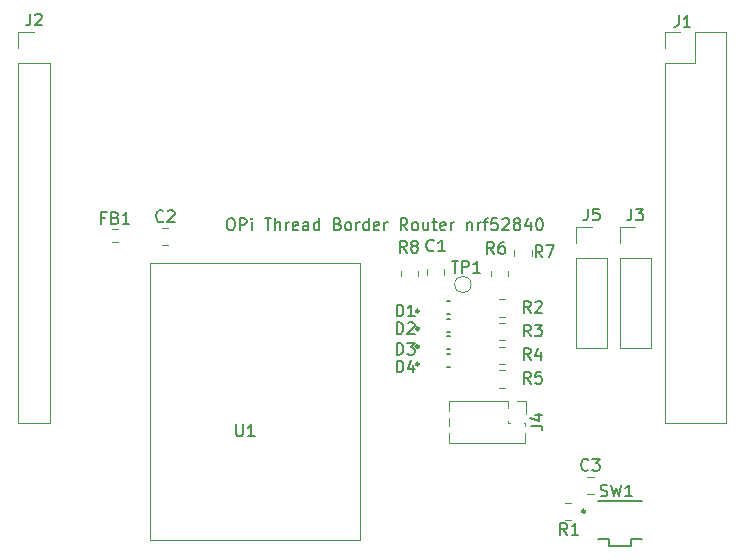
<source format=gbr>
%TF.GenerationSoftware,KiCad,Pcbnew,5.1.10-88a1d61d58~90~ubuntu20.04.1*%
%TF.CreationDate,2021-12-07T12:23:46+00:00*%
%TF.ProjectId,nrf52840,6e726635-3238-4343-902e-6b696361645f,rev?*%
%TF.SameCoordinates,Original*%
%TF.FileFunction,Legend,Top*%
%TF.FilePolarity,Positive*%
%FSLAX46Y46*%
G04 Gerber Fmt 4.6, Leading zero omitted, Abs format (unit mm)*
G04 Created by KiCad (PCBNEW 5.1.10-88a1d61d58~90~ubuntu20.04.1) date 2021-12-07 12:23:46*
%MOMM*%
%LPD*%
G01*
G04 APERTURE LIST*
%ADD10C,0.150000*%
%ADD11C,0.120000*%
%ADD12C,0.250000*%
G04 APERTURE END LIST*
D10*
X152957142Y-96652380D02*
X153147619Y-96652380D01*
X153242857Y-96700000D01*
X153338095Y-96795238D01*
X153385714Y-96985714D01*
X153385714Y-97319047D01*
X153338095Y-97509523D01*
X153242857Y-97604761D01*
X153147619Y-97652380D01*
X152957142Y-97652380D01*
X152861904Y-97604761D01*
X152766666Y-97509523D01*
X152719047Y-97319047D01*
X152719047Y-96985714D01*
X152766666Y-96795238D01*
X152861904Y-96700000D01*
X152957142Y-96652380D01*
X153814285Y-97652380D02*
X153814285Y-96652380D01*
X154195238Y-96652380D01*
X154290476Y-96700000D01*
X154338095Y-96747619D01*
X154385714Y-96842857D01*
X154385714Y-96985714D01*
X154338095Y-97080952D01*
X154290476Y-97128571D01*
X154195238Y-97176190D01*
X153814285Y-97176190D01*
X154814285Y-97652380D02*
X154814285Y-96985714D01*
X154814285Y-96652380D02*
X154766666Y-96700000D01*
X154814285Y-96747619D01*
X154861904Y-96700000D01*
X154814285Y-96652380D01*
X154814285Y-96747619D01*
X155909523Y-96652380D02*
X156480952Y-96652380D01*
X156195238Y-97652380D02*
X156195238Y-96652380D01*
X156814285Y-97652380D02*
X156814285Y-96652380D01*
X157242857Y-97652380D02*
X157242857Y-97128571D01*
X157195238Y-97033333D01*
X157100000Y-96985714D01*
X156957142Y-96985714D01*
X156861904Y-97033333D01*
X156814285Y-97080952D01*
X157719047Y-97652380D02*
X157719047Y-96985714D01*
X157719047Y-97176190D02*
X157766666Y-97080952D01*
X157814285Y-97033333D01*
X157909523Y-96985714D01*
X158004761Y-96985714D01*
X158719047Y-97604761D02*
X158623809Y-97652380D01*
X158433333Y-97652380D01*
X158338095Y-97604761D01*
X158290476Y-97509523D01*
X158290476Y-97128571D01*
X158338095Y-97033333D01*
X158433333Y-96985714D01*
X158623809Y-96985714D01*
X158719047Y-97033333D01*
X158766666Y-97128571D01*
X158766666Y-97223809D01*
X158290476Y-97319047D01*
X159623809Y-97652380D02*
X159623809Y-97128571D01*
X159576190Y-97033333D01*
X159480952Y-96985714D01*
X159290476Y-96985714D01*
X159195238Y-97033333D01*
X159623809Y-97604761D02*
X159528571Y-97652380D01*
X159290476Y-97652380D01*
X159195238Y-97604761D01*
X159147619Y-97509523D01*
X159147619Y-97414285D01*
X159195238Y-97319047D01*
X159290476Y-97271428D01*
X159528571Y-97271428D01*
X159623809Y-97223809D01*
X160528571Y-97652380D02*
X160528571Y-96652380D01*
X160528571Y-97604761D02*
X160433333Y-97652380D01*
X160242857Y-97652380D01*
X160147619Y-97604761D01*
X160100000Y-97557142D01*
X160052380Y-97461904D01*
X160052380Y-97176190D01*
X160100000Y-97080952D01*
X160147619Y-97033333D01*
X160242857Y-96985714D01*
X160433333Y-96985714D01*
X160528571Y-97033333D01*
X162100000Y-97128571D02*
X162242857Y-97176190D01*
X162290476Y-97223809D01*
X162338095Y-97319047D01*
X162338095Y-97461904D01*
X162290476Y-97557142D01*
X162242857Y-97604761D01*
X162147619Y-97652380D01*
X161766666Y-97652380D01*
X161766666Y-96652380D01*
X162100000Y-96652380D01*
X162195238Y-96700000D01*
X162242857Y-96747619D01*
X162290476Y-96842857D01*
X162290476Y-96938095D01*
X162242857Y-97033333D01*
X162195238Y-97080952D01*
X162100000Y-97128571D01*
X161766666Y-97128571D01*
X162909523Y-97652380D02*
X162814285Y-97604761D01*
X162766666Y-97557142D01*
X162719047Y-97461904D01*
X162719047Y-97176190D01*
X162766666Y-97080952D01*
X162814285Y-97033333D01*
X162909523Y-96985714D01*
X163052380Y-96985714D01*
X163147619Y-97033333D01*
X163195238Y-97080952D01*
X163242857Y-97176190D01*
X163242857Y-97461904D01*
X163195238Y-97557142D01*
X163147619Y-97604761D01*
X163052380Y-97652380D01*
X162909523Y-97652380D01*
X163671428Y-97652380D02*
X163671428Y-96985714D01*
X163671428Y-97176190D02*
X163719047Y-97080952D01*
X163766666Y-97033333D01*
X163861904Y-96985714D01*
X163957142Y-96985714D01*
X164719047Y-97652380D02*
X164719047Y-96652380D01*
X164719047Y-97604761D02*
X164623809Y-97652380D01*
X164433333Y-97652380D01*
X164338095Y-97604761D01*
X164290476Y-97557142D01*
X164242857Y-97461904D01*
X164242857Y-97176190D01*
X164290476Y-97080952D01*
X164338095Y-97033333D01*
X164433333Y-96985714D01*
X164623809Y-96985714D01*
X164719047Y-97033333D01*
X165576190Y-97604761D02*
X165480952Y-97652380D01*
X165290476Y-97652380D01*
X165195238Y-97604761D01*
X165147619Y-97509523D01*
X165147619Y-97128571D01*
X165195238Y-97033333D01*
X165290476Y-96985714D01*
X165480952Y-96985714D01*
X165576190Y-97033333D01*
X165623809Y-97128571D01*
X165623809Y-97223809D01*
X165147619Y-97319047D01*
X166052380Y-97652380D02*
X166052380Y-96985714D01*
X166052380Y-97176190D02*
X166100000Y-97080952D01*
X166147619Y-97033333D01*
X166242857Y-96985714D01*
X166338095Y-96985714D01*
X168004761Y-97652380D02*
X167671428Y-97176190D01*
X167433333Y-97652380D02*
X167433333Y-96652380D01*
X167814285Y-96652380D01*
X167909523Y-96700000D01*
X167957142Y-96747619D01*
X168004761Y-96842857D01*
X168004761Y-96985714D01*
X167957142Y-97080952D01*
X167909523Y-97128571D01*
X167814285Y-97176190D01*
X167433333Y-97176190D01*
X168576190Y-97652380D02*
X168480952Y-97604761D01*
X168433333Y-97557142D01*
X168385714Y-97461904D01*
X168385714Y-97176190D01*
X168433333Y-97080952D01*
X168480952Y-97033333D01*
X168576190Y-96985714D01*
X168719047Y-96985714D01*
X168814285Y-97033333D01*
X168861904Y-97080952D01*
X168909523Y-97176190D01*
X168909523Y-97461904D01*
X168861904Y-97557142D01*
X168814285Y-97604761D01*
X168719047Y-97652380D01*
X168576190Y-97652380D01*
X169766666Y-96985714D02*
X169766666Y-97652380D01*
X169338095Y-96985714D02*
X169338095Y-97509523D01*
X169385714Y-97604761D01*
X169480952Y-97652380D01*
X169623809Y-97652380D01*
X169719047Y-97604761D01*
X169766666Y-97557142D01*
X170100000Y-96985714D02*
X170480952Y-96985714D01*
X170242857Y-96652380D02*
X170242857Y-97509523D01*
X170290476Y-97604761D01*
X170385714Y-97652380D01*
X170480952Y-97652380D01*
X171195238Y-97604761D02*
X171100000Y-97652380D01*
X170909523Y-97652380D01*
X170814285Y-97604761D01*
X170766666Y-97509523D01*
X170766666Y-97128571D01*
X170814285Y-97033333D01*
X170909523Y-96985714D01*
X171100000Y-96985714D01*
X171195238Y-97033333D01*
X171242857Y-97128571D01*
X171242857Y-97223809D01*
X170766666Y-97319047D01*
X171671428Y-97652380D02*
X171671428Y-96985714D01*
X171671428Y-97176190D02*
X171719047Y-97080952D01*
X171766666Y-97033333D01*
X171861904Y-96985714D01*
X171957142Y-96985714D01*
X173052380Y-96985714D02*
X173052380Y-97652380D01*
X173052380Y-97080952D02*
X173100000Y-97033333D01*
X173195238Y-96985714D01*
X173338095Y-96985714D01*
X173433333Y-97033333D01*
X173480952Y-97128571D01*
X173480952Y-97652380D01*
X173957142Y-97652380D02*
X173957142Y-96985714D01*
X173957142Y-97176190D02*
X174004761Y-97080952D01*
X174052380Y-97033333D01*
X174147619Y-96985714D01*
X174242857Y-96985714D01*
X174433333Y-96985714D02*
X174814285Y-96985714D01*
X174576190Y-97652380D02*
X174576190Y-96795238D01*
X174623809Y-96700000D01*
X174719047Y-96652380D01*
X174814285Y-96652380D01*
X175623809Y-96652380D02*
X175147619Y-96652380D01*
X175100000Y-97128571D01*
X175147619Y-97080952D01*
X175242857Y-97033333D01*
X175480952Y-97033333D01*
X175576190Y-97080952D01*
X175623809Y-97128571D01*
X175671428Y-97223809D01*
X175671428Y-97461904D01*
X175623809Y-97557142D01*
X175576190Y-97604761D01*
X175480952Y-97652380D01*
X175242857Y-97652380D01*
X175147619Y-97604761D01*
X175100000Y-97557142D01*
X176052380Y-96747619D02*
X176100000Y-96700000D01*
X176195238Y-96652380D01*
X176433333Y-96652380D01*
X176528571Y-96700000D01*
X176576190Y-96747619D01*
X176623809Y-96842857D01*
X176623809Y-96938095D01*
X176576190Y-97080952D01*
X176004761Y-97652380D01*
X176623809Y-97652380D01*
X177195238Y-97080952D02*
X177100000Y-97033333D01*
X177052380Y-96985714D01*
X177004761Y-96890476D01*
X177004761Y-96842857D01*
X177052380Y-96747619D01*
X177100000Y-96700000D01*
X177195238Y-96652380D01*
X177385714Y-96652380D01*
X177480952Y-96700000D01*
X177528571Y-96747619D01*
X177576190Y-96842857D01*
X177576190Y-96890476D01*
X177528571Y-96985714D01*
X177480952Y-97033333D01*
X177385714Y-97080952D01*
X177195238Y-97080952D01*
X177100000Y-97128571D01*
X177052380Y-97176190D01*
X177004761Y-97271428D01*
X177004761Y-97461904D01*
X177052380Y-97557142D01*
X177100000Y-97604761D01*
X177195238Y-97652380D01*
X177385714Y-97652380D01*
X177480952Y-97604761D01*
X177528571Y-97557142D01*
X177576190Y-97461904D01*
X177576190Y-97271428D01*
X177528571Y-97176190D01*
X177480952Y-97128571D01*
X177385714Y-97080952D01*
X178433333Y-96985714D02*
X178433333Y-97652380D01*
X178195238Y-96604761D02*
X177957142Y-97319047D01*
X178576190Y-97319047D01*
X179147619Y-96652380D02*
X179242857Y-96652380D01*
X179338095Y-96700000D01*
X179385714Y-96747619D01*
X179433333Y-96842857D01*
X179480952Y-97033333D01*
X179480952Y-97271428D01*
X179433333Y-97461904D01*
X179385714Y-97557142D01*
X179338095Y-97604761D01*
X179242857Y-97652380D01*
X179147619Y-97652380D01*
X179052380Y-97604761D01*
X179004761Y-97557142D01*
X178957142Y-97461904D01*
X178909523Y-97271428D01*
X178909523Y-97033333D01*
X178957142Y-96842857D01*
X179004761Y-96747619D01*
X179052380Y-96700000D01*
X179147619Y-96652380D01*
D11*
%TO.C,R8*%
X167465000Y-101527064D02*
X167465000Y-101072936D01*
X168935000Y-101527064D02*
X168935000Y-101072936D01*
%TO.C,R7*%
X177065000Y-99827064D02*
X177065000Y-99372936D01*
X178535000Y-99827064D02*
X178535000Y-99372936D01*
%TO.C,R6*%
X176535000Y-101072936D02*
X176535000Y-101527064D01*
X175065000Y-101072936D02*
X175065000Y-101527064D01*
%TO.C,J5*%
X182270000Y-107650000D02*
X184930000Y-107650000D01*
X182270000Y-99970000D02*
X182270000Y-107650000D01*
X184930000Y-99970000D02*
X184930000Y-107650000D01*
X182270000Y-99970000D02*
X184930000Y-99970000D01*
X182270000Y-98700000D02*
X182270000Y-97370000D01*
X182270000Y-97370000D02*
X183600000Y-97370000D01*
%TO.C,R5*%
X176227064Y-110985000D02*
X175772936Y-110985000D01*
X176227064Y-109515000D02*
X175772936Y-109515000D01*
%TO.C,R4*%
X176227064Y-108985000D02*
X175772936Y-108985000D01*
X176227064Y-107515000D02*
X175772936Y-107515000D01*
%TO.C,R3*%
X176227064Y-106985000D02*
X175772936Y-106985000D01*
X176227064Y-105515000D02*
X175772936Y-105515000D01*
%TO.C,R2*%
X176227064Y-104985000D02*
X175772936Y-104985000D01*
X176227064Y-103515000D02*
X175772936Y-103515000D01*
D12*
%TO.C,D4*%
X168975000Y-109000000D02*
G75*
G03*
X168975000Y-109000000I-125000J0D01*
G01*
D10*
X171375000Y-108150000D02*
X171625000Y-108150000D01*
X171375000Y-109250000D02*
X171625000Y-109250000D01*
D12*
%TO.C,D3*%
X168975000Y-107500000D02*
G75*
G03*
X168975000Y-107500000I-125000J0D01*
G01*
D10*
X171375000Y-106650000D02*
X171625000Y-106650000D01*
X171375000Y-107750000D02*
X171625000Y-107750000D01*
D12*
%TO.C,D2*%
X168975000Y-106000000D02*
G75*
G03*
X168975000Y-106000000I-125000J0D01*
G01*
D10*
X171375000Y-105150000D02*
X171625000Y-105150000D01*
X171375000Y-106250000D02*
X171625000Y-106250000D01*
D12*
%TO.C,D1*%
X168975000Y-104500000D02*
G75*
G03*
X168975000Y-104500000I-125000J0D01*
G01*
D10*
X171375000Y-103650000D02*
X171625000Y-103650000D01*
X171375000Y-104750000D02*
X171625000Y-104750000D01*
D11*
%TO.C,C3*%
X183238748Y-118515000D02*
X183761252Y-118515000D01*
X183238748Y-119985000D02*
X183761252Y-119985000D01*
%TO.C,R1*%
X181360436Y-122235000D02*
X181814564Y-122235000D01*
X181360436Y-120765000D02*
X181814564Y-120765000D01*
%TO.C,FB1*%
X142995276Y-98622500D02*
X143504724Y-98622500D01*
X142995276Y-97577500D02*
X143504724Y-97577500D01*
%TO.C,C2*%
X147238748Y-98935000D02*
X147761252Y-98935000D01*
X147238748Y-97465000D02*
X147761252Y-97465000D01*
%TO.C,C1*%
X171135000Y-101461252D02*
X171135000Y-100938748D01*
X169665000Y-101461252D02*
X169665000Y-100938748D01*
%TO.C,J4*%
X178050000Y-112120000D02*
X178050000Y-113250000D01*
X177290000Y-112120000D02*
X178050000Y-112120000D01*
X177985000Y-114827530D02*
X177985000Y-115650000D01*
X177985000Y-114010000D02*
X177985000Y-114212470D01*
X177853471Y-114010000D02*
X177985000Y-114010000D01*
X176583471Y-114010000D02*
X176726529Y-114010000D01*
X176530000Y-113813471D02*
X176530000Y-113956529D01*
X176530000Y-112120000D02*
X176530000Y-112686529D01*
X177985000Y-115650000D02*
X171515000Y-115650000D01*
X176530000Y-112120000D02*
X171515000Y-112120000D01*
X171515000Y-113557530D02*
X171515000Y-114212470D01*
X171515000Y-114827530D02*
X171515000Y-115650000D01*
X171515000Y-112120000D02*
X171515000Y-112942470D01*
D12*
%TO.C,SW1*%
X183050000Y-121450000D02*
G75*
G03*
X183050000Y-121450000I-125000J0D01*
G01*
D10*
X186950000Y-124375000D02*
X185050000Y-124375000D01*
X186950000Y-123800000D02*
X186950000Y-124375000D01*
X185050000Y-123800000D02*
X185050000Y-124375000D01*
X186950000Y-123800000D02*
X187850000Y-123800000D01*
X184150000Y-123800000D02*
X185050000Y-123800000D01*
X187850000Y-120550000D02*
X184150000Y-120550000D01*
D11*
%TO.C,J3*%
X185970000Y-97370000D02*
X187300000Y-97370000D01*
X185970000Y-98700000D02*
X185970000Y-97370000D01*
X185970000Y-99970000D02*
X188630000Y-99970000D01*
X188630000Y-99970000D02*
X188630000Y-107650000D01*
X185970000Y-99970000D02*
X185970000Y-107650000D01*
X185970000Y-107650000D02*
X188630000Y-107650000D01*
%TO.C,TP1*%
X173400000Y-102250000D02*
G75*
G03*
X173400000Y-102250000I-700000J0D01*
G01*
%TO.C,U1*%
X164000000Y-100450000D02*
X164000000Y-123850000D01*
X164000000Y-123850000D02*
X146200000Y-123850000D01*
X164000000Y-100450000D02*
X146200000Y-100450000D01*
X146200000Y-100450000D02*
X146200000Y-123850000D01*
%TO.C,J2*%
X135070000Y-114010000D02*
X137730000Y-114010000D01*
X135070000Y-83470000D02*
X135070000Y-114010000D01*
X137730000Y-83470000D02*
X137730000Y-114010000D01*
X135070000Y-83470000D02*
X137730000Y-83470000D01*
X135070000Y-82200000D02*
X135070000Y-80870000D01*
X135070000Y-80870000D02*
X136400000Y-80870000D01*
%TO.C,J1*%
X189770000Y-114010000D02*
X194970000Y-114010000D01*
X189770000Y-83470000D02*
X189770000Y-114010000D01*
X194970000Y-80870000D02*
X194970000Y-114010000D01*
X189770000Y-83470000D02*
X192370000Y-83470000D01*
X192370000Y-83470000D02*
X192370000Y-80870000D01*
X192370000Y-80870000D02*
X194970000Y-80870000D01*
X189770000Y-82200000D02*
X189770000Y-80870000D01*
X189770000Y-80870000D02*
X191100000Y-80870000D01*
%TO.C,R8*%
D10*
X167933333Y-99552380D02*
X167600000Y-99076190D01*
X167361904Y-99552380D02*
X167361904Y-98552380D01*
X167742857Y-98552380D01*
X167838095Y-98600000D01*
X167885714Y-98647619D01*
X167933333Y-98742857D01*
X167933333Y-98885714D01*
X167885714Y-98980952D01*
X167838095Y-99028571D01*
X167742857Y-99076190D01*
X167361904Y-99076190D01*
X168504761Y-98980952D02*
X168409523Y-98933333D01*
X168361904Y-98885714D01*
X168314285Y-98790476D01*
X168314285Y-98742857D01*
X168361904Y-98647619D01*
X168409523Y-98600000D01*
X168504761Y-98552380D01*
X168695238Y-98552380D01*
X168790476Y-98600000D01*
X168838095Y-98647619D01*
X168885714Y-98742857D01*
X168885714Y-98790476D01*
X168838095Y-98885714D01*
X168790476Y-98933333D01*
X168695238Y-98980952D01*
X168504761Y-98980952D01*
X168409523Y-99028571D01*
X168361904Y-99076190D01*
X168314285Y-99171428D01*
X168314285Y-99361904D01*
X168361904Y-99457142D01*
X168409523Y-99504761D01*
X168504761Y-99552380D01*
X168695238Y-99552380D01*
X168790476Y-99504761D01*
X168838095Y-99457142D01*
X168885714Y-99361904D01*
X168885714Y-99171428D01*
X168838095Y-99076190D01*
X168790476Y-99028571D01*
X168695238Y-98980952D01*
%TO.C,R7*%
X179433333Y-99952380D02*
X179100000Y-99476190D01*
X178861904Y-99952380D02*
X178861904Y-98952380D01*
X179242857Y-98952380D01*
X179338095Y-99000000D01*
X179385714Y-99047619D01*
X179433333Y-99142857D01*
X179433333Y-99285714D01*
X179385714Y-99380952D01*
X179338095Y-99428571D01*
X179242857Y-99476190D01*
X178861904Y-99476190D01*
X179766666Y-98952380D02*
X180433333Y-98952380D01*
X180004761Y-99952380D01*
%TO.C,R6*%
X175333333Y-99652380D02*
X175000000Y-99176190D01*
X174761904Y-99652380D02*
X174761904Y-98652380D01*
X175142857Y-98652380D01*
X175238095Y-98700000D01*
X175285714Y-98747619D01*
X175333333Y-98842857D01*
X175333333Y-98985714D01*
X175285714Y-99080952D01*
X175238095Y-99128571D01*
X175142857Y-99176190D01*
X174761904Y-99176190D01*
X176190476Y-98652380D02*
X176000000Y-98652380D01*
X175904761Y-98700000D01*
X175857142Y-98747619D01*
X175761904Y-98890476D01*
X175714285Y-99080952D01*
X175714285Y-99461904D01*
X175761904Y-99557142D01*
X175809523Y-99604761D01*
X175904761Y-99652380D01*
X176095238Y-99652380D01*
X176190476Y-99604761D01*
X176238095Y-99557142D01*
X176285714Y-99461904D01*
X176285714Y-99223809D01*
X176238095Y-99128571D01*
X176190476Y-99080952D01*
X176095238Y-99033333D01*
X175904761Y-99033333D01*
X175809523Y-99080952D01*
X175761904Y-99128571D01*
X175714285Y-99223809D01*
%TO.C,J5*%
X183266666Y-95822380D02*
X183266666Y-96536666D01*
X183219047Y-96679523D01*
X183123809Y-96774761D01*
X182980952Y-96822380D01*
X182885714Y-96822380D01*
X184219047Y-95822380D02*
X183742857Y-95822380D01*
X183695238Y-96298571D01*
X183742857Y-96250952D01*
X183838095Y-96203333D01*
X184076190Y-96203333D01*
X184171428Y-96250952D01*
X184219047Y-96298571D01*
X184266666Y-96393809D01*
X184266666Y-96631904D01*
X184219047Y-96727142D01*
X184171428Y-96774761D01*
X184076190Y-96822380D01*
X183838095Y-96822380D01*
X183742857Y-96774761D01*
X183695238Y-96727142D01*
%TO.C,R5*%
X178433333Y-110652380D02*
X178100000Y-110176190D01*
X177861904Y-110652380D02*
X177861904Y-109652380D01*
X178242857Y-109652380D01*
X178338095Y-109700000D01*
X178385714Y-109747619D01*
X178433333Y-109842857D01*
X178433333Y-109985714D01*
X178385714Y-110080952D01*
X178338095Y-110128571D01*
X178242857Y-110176190D01*
X177861904Y-110176190D01*
X179338095Y-109652380D02*
X178861904Y-109652380D01*
X178814285Y-110128571D01*
X178861904Y-110080952D01*
X178957142Y-110033333D01*
X179195238Y-110033333D01*
X179290476Y-110080952D01*
X179338095Y-110128571D01*
X179385714Y-110223809D01*
X179385714Y-110461904D01*
X179338095Y-110557142D01*
X179290476Y-110604761D01*
X179195238Y-110652380D01*
X178957142Y-110652380D01*
X178861904Y-110604761D01*
X178814285Y-110557142D01*
%TO.C,R4*%
X178433333Y-108652380D02*
X178100000Y-108176190D01*
X177861904Y-108652380D02*
X177861904Y-107652380D01*
X178242857Y-107652380D01*
X178338095Y-107700000D01*
X178385714Y-107747619D01*
X178433333Y-107842857D01*
X178433333Y-107985714D01*
X178385714Y-108080952D01*
X178338095Y-108128571D01*
X178242857Y-108176190D01*
X177861904Y-108176190D01*
X179290476Y-107985714D02*
X179290476Y-108652380D01*
X179052380Y-107604761D02*
X178814285Y-108319047D01*
X179433333Y-108319047D01*
%TO.C,R3*%
X178433333Y-106652380D02*
X178100000Y-106176190D01*
X177861904Y-106652380D02*
X177861904Y-105652380D01*
X178242857Y-105652380D01*
X178338095Y-105700000D01*
X178385714Y-105747619D01*
X178433333Y-105842857D01*
X178433333Y-105985714D01*
X178385714Y-106080952D01*
X178338095Y-106128571D01*
X178242857Y-106176190D01*
X177861904Y-106176190D01*
X178766666Y-105652380D02*
X179385714Y-105652380D01*
X179052380Y-106033333D01*
X179195238Y-106033333D01*
X179290476Y-106080952D01*
X179338095Y-106128571D01*
X179385714Y-106223809D01*
X179385714Y-106461904D01*
X179338095Y-106557142D01*
X179290476Y-106604761D01*
X179195238Y-106652380D01*
X178909523Y-106652380D01*
X178814285Y-106604761D01*
X178766666Y-106557142D01*
%TO.C,R2*%
X178433333Y-104652380D02*
X178100000Y-104176190D01*
X177861904Y-104652380D02*
X177861904Y-103652380D01*
X178242857Y-103652380D01*
X178338095Y-103700000D01*
X178385714Y-103747619D01*
X178433333Y-103842857D01*
X178433333Y-103985714D01*
X178385714Y-104080952D01*
X178338095Y-104128571D01*
X178242857Y-104176190D01*
X177861904Y-104176190D01*
X178814285Y-103747619D02*
X178861904Y-103700000D01*
X178957142Y-103652380D01*
X179195238Y-103652380D01*
X179290476Y-103700000D01*
X179338095Y-103747619D01*
X179385714Y-103842857D01*
X179385714Y-103938095D01*
X179338095Y-104080952D01*
X178766666Y-104652380D01*
X179385714Y-104652380D01*
%TO.C,D4*%
X167085595Y-109702380D02*
X167085595Y-108702380D01*
X167323690Y-108702380D01*
X167466547Y-108750000D01*
X167561785Y-108845238D01*
X167609404Y-108940476D01*
X167657023Y-109130952D01*
X167657023Y-109273809D01*
X167609404Y-109464285D01*
X167561785Y-109559523D01*
X167466547Y-109654761D01*
X167323690Y-109702380D01*
X167085595Y-109702380D01*
X168514166Y-109035714D02*
X168514166Y-109702380D01*
X168276071Y-108654761D02*
X168037976Y-109369047D01*
X168657023Y-109369047D01*
%TO.C,D3*%
X167085595Y-108202380D02*
X167085595Y-107202380D01*
X167323690Y-107202380D01*
X167466547Y-107250000D01*
X167561785Y-107345238D01*
X167609404Y-107440476D01*
X167657023Y-107630952D01*
X167657023Y-107773809D01*
X167609404Y-107964285D01*
X167561785Y-108059523D01*
X167466547Y-108154761D01*
X167323690Y-108202380D01*
X167085595Y-108202380D01*
X167990357Y-107202380D02*
X168609404Y-107202380D01*
X168276071Y-107583333D01*
X168418928Y-107583333D01*
X168514166Y-107630952D01*
X168561785Y-107678571D01*
X168609404Y-107773809D01*
X168609404Y-108011904D01*
X168561785Y-108107142D01*
X168514166Y-108154761D01*
X168418928Y-108202380D01*
X168133214Y-108202380D01*
X168037976Y-108154761D01*
X167990357Y-108107142D01*
%TO.C,D2*%
X167085595Y-106452380D02*
X167085595Y-105452380D01*
X167323690Y-105452380D01*
X167466547Y-105500000D01*
X167561785Y-105595238D01*
X167609404Y-105690476D01*
X167657023Y-105880952D01*
X167657023Y-106023809D01*
X167609404Y-106214285D01*
X167561785Y-106309523D01*
X167466547Y-106404761D01*
X167323690Y-106452380D01*
X167085595Y-106452380D01*
X168037976Y-105547619D02*
X168085595Y-105500000D01*
X168180833Y-105452380D01*
X168418928Y-105452380D01*
X168514166Y-105500000D01*
X168561785Y-105547619D01*
X168609404Y-105642857D01*
X168609404Y-105738095D01*
X168561785Y-105880952D01*
X167990357Y-106452380D01*
X168609404Y-106452380D01*
%TO.C,D1*%
X167085595Y-104952380D02*
X167085595Y-103952380D01*
X167323690Y-103952380D01*
X167466547Y-104000000D01*
X167561785Y-104095238D01*
X167609404Y-104190476D01*
X167657023Y-104380952D01*
X167657023Y-104523809D01*
X167609404Y-104714285D01*
X167561785Y-104809523D01*
X167466547Y-104904761D01*
X167323690Y-104952380D01*
X167085595Y-104952380D01*
X168609404Y-104952380D02*
X168037976Y-104952380D01*
X168323690Y-104952380D02*
X168323690Y-103952380D01*
X168228452Y-104095238D01*
X168133214Y-104190476D01*
X168037976Y-104238095D01*
%TO.C,C3*%
X183333333Y-117927142D02*
X183285714Y-117974761D01*
X183142857Y-118022380D01*
X183047619Y-118022380D01*
X182904761Y-117974761D01*
X182809523Y-117879523D01*
X182761904Y-117784285D01*
X182714285Y-117593809D01*
X182714285Y-117450952D01*
X182761904Y-117260476D01*
X182809523Y-117165238D01*
X182904761Y-117070000D01*
X183047619Y-117022380D01*
X183142857Y-117022380D01*
X183285714Y-117070000D01*
X183333333Y-117117619D01*
X183666666Y-117022380D02*
X184285714Y-117022380D01*
X183952380Y-117403333D01*
X184095238Y-117403333D01*
X184190476Y-117450952D01*
X184238095Y-117498571D01*
X184285714Y-117593809D01*
X184285714Y-117831904D01*
X184238095Y-117927142D01*
X184190476Y-117974761D01*
X184095238Y-118022380D01*
X183809523Y-118022380D01*
X183714285Y-117974761D01*
X183666666Y-117927142D01*
%TO.C,R1*%
X181533333Y-123452380D02*
X181200000Y-122976190D01*
X180961904Y-123452380D02*
X180961904Y-122452380D01*
X181342857Y-122452380D01*
X181438095Y-122500000D01*
X181485714Y-122547619D01*
X181533333Y-122642857D01*
X181533333Y-122785714D01*
X181485714Y-122880952D01*
X181438095Y-122928571D01*
X181342857Y-122976190D01*
X180961904Y-122976190D01*
X182485714Y-123452380D02*
X181914285Y-123452380D01*
X182200000Y-123452380D02*
X182200000Y-122452380D01*
X182104761Y-122595238D01*
X182009523Y-122690476D01*
X181914285Y-122738095D01*
%TO.C,FB1*%
X142416666Y-96598571D02*
X142083333Y-96598571D01*
X142083333Y-97122380D02*
X142083333Y-96122380D01*
X142559523Y-96122380D01*
X143273809Y-96598571D02*
X143416666Y-96646190D01*
X143464285Y-96693809D01*
X143511904Y-96789047D01*
X143511904Y-96931904D01*
X143464285Y-97027142D01*
X143416666Y-97074761D01*
X143321428Y-97122380D01*
X142940476Y-97122380D01*
X142940476Y-96122380D01*
X143273809Y-96122380D01*
X143369047Y-96170000D01*
X143416666Y-96217619D01*
X143464285Y-96312857D01*
X143464285Y-96408095D01*
X143416666Y-96503333D01*
X143369047Y-96550952D01*
X143273809Y-96598571D01*
X142940476Y-96598571D01*
X144464285Y-97122380D02*
X143892857Y-97122380D01*
X144178571Y-97122380D02*
X144178571Y-96122380D01*
X144083333Y-96265238D01*
X143988095Y-96360476D01*
X143892857Y-96408095D01*
%TO.C,C2*%
X147333333Y-96877142D02*
X147285714Y-96924761D01*
X147142857Y-96972380D01*
X147047619Y-96972380D01*
X146904761Y-96924761D01*
X146809523Y-96829523D01*
X146761904Y-96734285D01*
X146714285Y-96543809D01*
X146714285Y-96400952D01*
X146761904Y-96210476D01*
X146809523Y-96115238D01*
X146904761Y-96020000D01*
X147047619Y-95972380D01*
X147142857Y-95972380D01*
X147285714Y-96020000D01*
X147333333Y-96067619D01*
X147714285Y-96067619D02*
X147761904Y-96020000D01*
X147857142Y-95972380D01*
X148095238Y-95972380D01*
X148190476Y-96020000D01*
X148238095Y-96067619D01*
X148285714Y-96162857D01*
X148285714Y-96258095D01*
X148238095Y-96400952D01*
X147666666Y-96972380D01*
X148285714Y-96972380D01*
%TO.C,C1*%
X170233333Y-99357142D02*
X170185714Y-99404761D01*
X170042857Y-99452380D01*
X169947619Y-99452380D01*
X169804761Y-99404761D01*
X169709523Y-99309523D01*
X169661904Y-99214285D01*
X169614285Y-99023809D01*
X169614285Y-98880952D01*
X169661904Y-98690476D01*
X169709523Y-98595238D01*
X169804761Y-98500000D01*
X169947619Y-98452380D01*
X170042857Y-98452380D01*
X170185714Y-98500000D01*
X170233333Y-98547619D01*
X171185714Y-99452380D02*
X170614285Y-99452380D01*
X170900000Y-99452380D02*
X170900000Y-98452380D01*
X170804761Y-98595238D01*
X170709523Y-98690476D01*
X170614285Y-98738095D01*
%TO.C,J4*%
X178437380Y-114218333D02*
X179151666Y-114218333D01*
X179294523Y-114265952D01*
X179389761Y-114361190D01*
X179437380Y-114504047D01*
X179437380Y-114599285D01*
X178770714Y-113313571D02*
X179437380Y-113313571D01*
X178389761Y-113551666D02*
X179104047Y-113789761D01*
X179104047Y-113170714D01*
%TO.C,SW1*%
X184362976Y-120154761D02*
X184505833Y-120202380D01*
X184743928Y-120202380D01*
X184839166Y-120154761D01*
X184886785Y-120107142D01*
X184934404Y-120011904D01*
X184934404Y-119916666D01*
X184886785Y-119821428D01*
X184839166Y-119773809D01*
X184743928Y-119726190D01*
X184553452Y-119678571D01*
X184458214Y-119630952D01*
X184410595Y-119583333D01*
X184362976Y-119488095D01*
X184362976Y-119392857D01*
X184410595Y-119297619D01*
X184458214Y-119250000D01*
X184553452Y-119202380D01*
X184791547Y-119202380D01*
X184934404Y-119250000D01*
X185267738Y-119202380D02*
X185505833Y-120202380D01*
X185696309Y-119488095D01*
X185886785Y-120202380D01*
X186124880Y-119202380D01*
X187029642Y-120202380D02*
X186458214Y-120202380D01*
X186743928Y-120202380D02*
X186743928Y-119202380D01*
X186648690Y-119345238D01*
X186553452Y-119440476D01*
X186458214Y-119488095D01*
%TO.C,J3*%
X186966666Y-95822380D02*
X186966666Y-96536666D01*
X186919047Y-96679523D01*
X186823809Y-96774761D01*
X186680952Y-96822380D01*
X186585714Y-96822380D01*
X187347619Y-95822380D02*
X187966666Y-95822380D01*
X187633333Y-96203333D01*
X187776190Y-96203333D01*
X187871428Y-96250952D01*
X187919047Y-96298571D01*
X187966666Y-96393809D01*
X187966666Y-96631904D01*
X187919047Y-96727142D01*
X187871428Y-96774761D01*
X187776190Y-96822380D01*
X187490476Y-96822380D01*
X187395238Y-96774761D01*
X187347619Y-96727142D01*
%TO.C,TP1*%
X171738095Y-100252380D02*
X172309523Y-100252380D01*
X172023809Y-101252380D02*
X172023809Y-100252380D01*
X172642857Y-101252380D02*
X172642857Y-100252380D01*
X173023809Y-100252380D01*
X173119047Y-100300000D01*
X173166666Y-100347619D01*
X173214285Y-100442857D01*
X173214285Y-100585714D01*
X173166666Y-100680952D01*
X173119047Y-100728571D01*
X173023809Y-100776190D01*
X172642857Y-100776190D01*
X174166666Y-101252380D02*
X173595238Y-101252380D01*
X173880952Y-101252380D02*
X173880952Y-100252380D01*
X173785714Y-100395238D01*
X173690476Y-100490476D01*
X173595238Y-100538095D01*
%TO.C,U1*%
X153498095Y-114102380D02*
X153498095Y-114911904D01*
X153545714Y-115007142D01*
X153593333Y-115054761D01*
X153688571Y-115102380D01*
X153879047Y-115102380D01*
X153974285Y-115054761D01*
X154021904Y-115007142D01*
X154069523Y-114911904D01*
X154069523Y-114102380D01*
X155069523Y-115102380D02*
X154498095Y-115102380D01*
X154783809Y-115102380D02*
X154783809Y-114102380D01*
X154688571Y-114245238D01*
X154593333Y-114340476D01*
X154498095Y-114388095D01*
%TO.C,J2*%
X136066666Y-79322380D02*
X136066666Y-80036666D01*
X136019047Y-80179523D01*
X135923809Y-80274761D01*
X135780952Y-80322380D01*
X135685714Y-80322380D01*
X136495238Y-79417619D02*
X136542857Y-79370000D01*
X136638095Y-79322380D01*
X136876190Y-79322380D01*
X136971428Y-79370000D01*
X137019047Y-79417619D01*
X137066666Y-79512857D01*
X137066666Y-79608095D01*
X137019047Y-79750952D01*
X136447619Y-80322380D01*
X137066666Y-80322380D01*
%TO.C,J1*%
X190966666Y-79452380D02*
X190966666Y-80166666D01*
X190919047Y-80309523D01*
X190823809Y-80404761D01*
X190680952Y-80452380D01*
X190585714Y-80452380D01*
X191966666Y-80452380D02*
X191395238Y-80452380D01*
X191680952Y-80452380D02*
X191680952Y-79452380D01*
X191585714Y-79595238D01*
X191490476Y-79690476D01*
X191395238Y-79738095D01*
%TD*%
M02*

</source>
